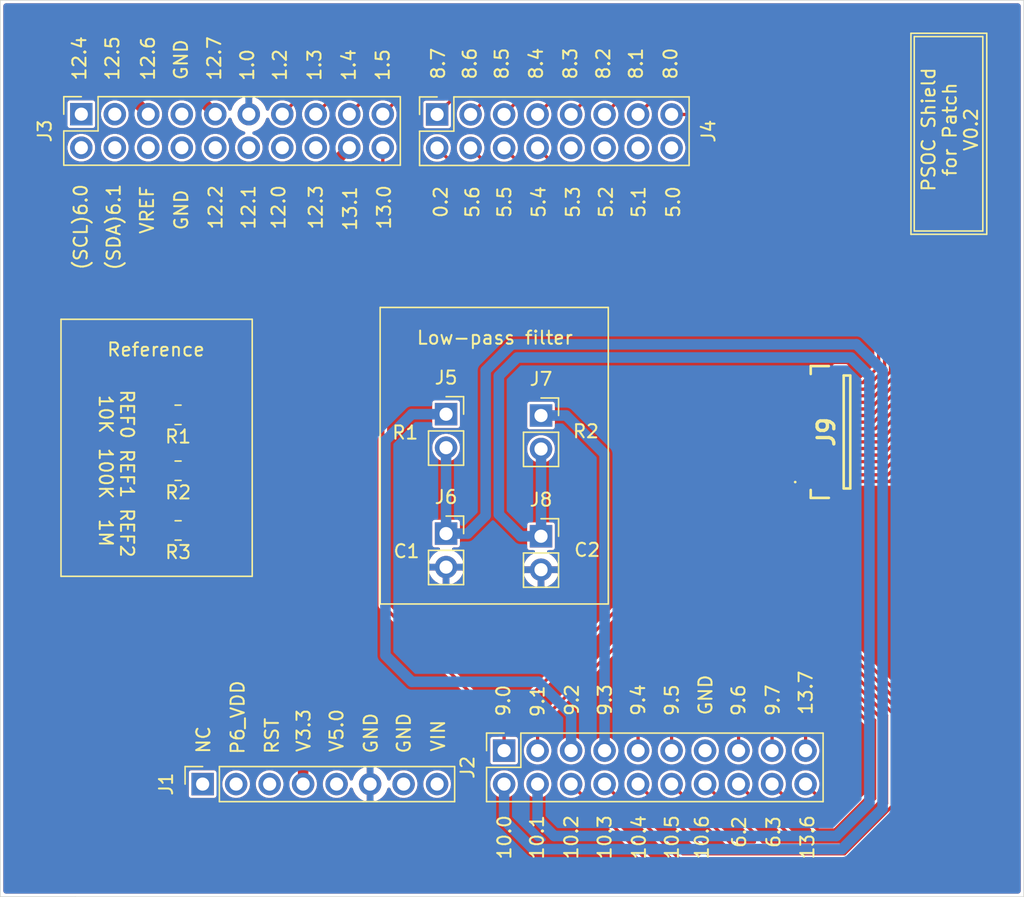
<source format=kicad_pcb>
(kicad_pcb (version 20171130) (host pcbnew "(5.1.10)-1")
  (layers (0 F.Cu signal) (31 B.Cu signal) (34 B.Paste user) (35 F.Paste user) (36 B.SilkS user) (37 F.SilkS user) (38 B.Mask user) (39 F.Mask user) (44 Edge.Cuts user))
  (net 0 "")
  (net 1 GND)
  (net 2 3.3V)
  (net 3 "Net-(J1-Pad7)")
  (net 4 "Net-(J1-Pad1)")
  (net 5 "Net-(J1-Pad2)")
  (net 6 "Net-(J1-Pad3)")
  (net 7 "Net-(J1-Pad5)")
  (net 8 "Net-(J1-Pad8)")
  (net 9 "Net-(J2-Pad13)")
  (net 10 "Net-(J3-Pad3)")
  (net 11 "Net-(J3-Pad4)")
  (net 12 "Net-(J3-Pad6)")
  (net 13 "Net-(J3-Pad7)")
  (net 14 "Net-(J3-Pad8)")
  (net 15 "Net-(J3-Pad1)")
  (net 16 "Net-(J3-Pad2)")
  (net 17 I7)
  (net 18 I6)
  (net 19 I5)
  (net 20 I4)
  (net 21 I3)
  (net 22 I2)
  (net 23 I1)
  (net 24 ADC-)
  (net 25 ADC+)
  (net 26 Follower-)
  (net 27 Follower+)
  (net 28 I0)
  (net 29 I8)
  (net 30 I9)
  (net 31 I10)
  (net 32 I11)
  (net 33 I12)
  (net 34 I13)
  (net 35 I14)
  (net 36 I15)
  (net 37 REF1)
  (net 38 "Net-(J3-Pad14)")
  (net 39 REF0)
  (net 40 "Net-(J3-Pad12)")
  (net 41 REF2)
  (net 42 "Net-(J4-Pad12)")
  (net 43 "Net-(J4-Pad10)")
  (net 44 "Net-(J4-Pad16)")
  (net 45 "Net-(J4-Pad14)")
  (net 46 "Net-(J3-Pad16)")
  (net 47 "Net-(J3-Pad10)")
  (module Resistor_SMD:R_0805_2012Metric (layer F.Cu) (at 116.2825 106.72 180)
    (fp_text reference R3 (at 0 -1.65) (layer F.SilkS))
    (fp_text value 1M)
    (fp_line (start -0.227064 0.735) (end 0.227064 0.735) (layer F.SilkS) (width 0.12))
    (fp_line (start -0.227064 -0.735) (end 0.227064 -0.735) (layer F.SilkS) (width 0.12))
    (pad 2 smd roundrect (at 0.9125 0 180) (size 1.025 1.4) (layers F.Cu F.Paste F.Mask) (roundrect_rratio 0.243902) (net 41 REF2))
    (pad 1 smd roundrect (at -0.9125 0 180) (size 1.025 1.4) (layers F.Cu F.Paste F.Mask) (roundrect_rratio 0.243902) (net 2 3.3V))
  )
  (module Resistor_SMD:R_0805_2012Metric (layer F.Cu) (at 116.28 102.19 180)
    (fp_text reference R2 (at 0 -1.65) (layer F.SilkS))
    (fp_text value 100K)
    (fp_line (start -0.227064 0.735) (end 0.227064 0.735) (layer F.SilkS) (width 0.12))
    (fp_line (start -0.227064 -0.735) (end 0.227064 -0.735) (layer F.SilkS) (width 0.12))
    (pad 2 smd roundrect (at 0.9125 0 180) (size 1.025 1.4) (layers F.Cu F.Paste F.Mask) (roundrect_rratio 0.243902) (net 37 REF1))
    (pad 1 smd roundrect (at -0.9125 0 180) (size 1.025 1.4) (layers F.Cu F.Paste F.Mask) (roundrect_rratio 0.243902) (net 2 3.3V))
  )
  (module Resistor_SMD:R_0805_2012Metric (layer F.Cu) (at 116.2775 97.95 180)
    (fp_text reference R1 (at 0 -1.65) (layer F.SilkS))
    (fp_text value 10K)
    (fp_line (start -0.227064 0.735) (end 0.227064 0.735) (layer F.SilkS) (width 0.12))
    (fp_line (start -0.227064 -0.735) (end 0.227064 -0.735) (layer F.SilkS) (width 0.12))
    (pad 2 smd roundrect (at 0.9125 0 180) (size 1.025 1.4) (layers F.Cu F.Paste F.Mask) (roundrect_rratio 0.243902) (net 39 REF0))
    (pad 1 smd roundrect (at -0.9125 0 180) (size 1.025 1.4) (layers F.Cu F.Paste F.Mask) (roundrect_rratio 0.243902) (net 2 3.3V))
  )
  (module Connector_PinSocket_2.54mm:PinSocket_2x08_P2.54mm_Vertical (layer F.Cu) (at 135.92 75.1574 90)
    (fp_text reference J4 (at -1.27 20.58 90) (layer F.SilkS))
    (fp_text value Conn_02x08)
    (fp_line (start 0 -1.33) (end 1.33 -1.33) (layer F.SilkS) (width 0.12))
    (fp_line (start 1.33 -1.33) (end 1.33 0) (layer F.SilkS) (width 0.12))
    (fp_line (start -1.27 -1.33) (end -1.27 1.27) (layer F.SilkS) (width 0.12))
    (fp_line (start -1.27 1.27) (end 1.33 1.27) (layer F.SilkS) (width 0.12))
    (fp_line (start 1.33 1.27) (end 1.33 19.11) (layer F.SilkS) (width 0.12))
    (fp_line (start -3.87 19.11) (end 1.33 19.11) (layer F.SilkS) (width 0.12))
    (fp_line (start -3.87 -1.33) (end -3.87 19.11) (layer F.SilkS) (width 0.12))
    (fp_line (start -3.87 -1.33) (end -1.27 -1.33) (layer F.SilkS) (width 0.12))
    (pad 16 thru_hole oval (at -2.54 17.78 90) (size 1.7 1.7) (drill 1) (layers *.Cu *.Mask) (net 44 "Net-(J4-Pad16)"))
    (pad 15 thru_hole oval (at 0 17.78 90) (size 1.7 1.7) (drill 1) (layers *.Cu *.Mask) (net 20 I4))
    (pad 14 thru_hole oval (at -2.54 15.24 90) (size 1.7 1.7) (drill 1) (layers *.Cu *.Mask) (net 45 "Net-(J4-Pad14)"))
    (pad 13 thru_hole oval (at 0 15.24 90) (size 1.7 1.7) (drill 1) (layers *.Cu *.Mask) (net 19 I5))
    (pad 12 thru_hole oval (at -2.54 12.7 90) (size 1.7 1.7) (drill 1) (layers *.Cu *.Mask) (net 42 "Net-(J4-Pad12)"))
    (pad 11 thru_hole oval (at 0 12.7 90) (size 1.7 1.7) (drill 1) (layers *.Cu *.Mask) (net 18 I6))
    (pad 10 thru_hole oval (at -2.54 10.16 90) (size 1.7 1.7) (drill 1) (layers *.Cu *.Mask) (net 43 "Net-(J4-Pad10)"))
    (pad 9 thru_hole oval (at 0 10.16 90) (size 1.7 1.7) (drill 1) (layers *.Cu *.Mask) (net 17 I7))
    (pad 8 thru_hole oval (at -2.54 7.62 90) (size 1.7 1.7) (drill 1) (layers *.Cu *.Mask) (net 21 I3))
    (pad 7 thru_hole oval (at 0 7.62 90) (size 1.7 1.7) (drill 1) (layers *.Cu *.Mask) (net 29 I8))
    (pad 6 thru_hole oval (at -2.54 5.08 90) (size 1.7 1.7) (drill 1) (layers *.Cu *.Mask) (net 22 I2))
    (pad 5 thru_hole oval (at 0 5.08 90) (size 1.7 1.7) (drill 1) (layers *.Cu *.Mask) (net 30 I9))
    (pad 4 thru_hole oval (at -2.54 2.54 90) (size 1.7 1.7) (drill 1) (layers *.Cu *.Mask) (net 23 I1))
    (pad 3 thru_hole oval (at 0 2.54 90) (size 1.7 1.7) (drill 1) (layers *.Cu *.Mask) (net 31 I10))
    (pad 2 thru_hole oval (at -2.54 0 90) (size 1.7 1.7) (drill 1) (layers *.Cu *.Mask) (net 28 I0))
    (pad 1 thru_hole rect (at 0 0 90) (size 1.7 1.7) (drill 1) (layers *.Cu *.Mask) (net 32 I11))
  )
  (module Connector_PinSocket_2.54mm:PinSocket_2x10_P2.54mm_Vertical (layer F.Cu) (at 108.9409 75.1401 90)
    (fp_text reference J3 (at -1.27 -2.77 90) (layer F.SilkS))
    (fp_text value Conn_02x10)
    (fp_line (start 0 -1.33) (end 1.33 -1.33) (layer F.SilkS) (width 0.12))
    (fp_line (start 1.33 -1.33) (end 1.33 0) (layer F.SilkS) (width 0.12))
    (fp_line (start -1.27 -1.33) (end -1.27 1.27) (layer F.SilkS) (width 0.12))
    (fp_line (start -1.27 1.27) (end 1.33 1.27) (layer F.SilkS) (width 0.12))
    (fp_line (start 1.33 1.27) (end 1.33 24.19) (layer F.SilkS) (width 0.12))
    (fp_line (start -3.87 24.19) (end 1.33 24.19) (layer F.SilkS) (width 0.12))
    (fp_line (start -3.87 -1.33) (end -3.87 24.19) (layer F.SilkS) (width 0.12))
    (fp_line (start -3.87 -1.33) (end -1.27 -1.33) (layer F.SilkS) (width 0.12))
    (pad 20 thru_hole oval (at -2.54 22.86 90) (size 1.7 1.7) (drill 1) (layers *.Cu *.Mask) (net 36 I15))
    (pad 19 thru_hole oval (at 0 22.86 90) (size 1.7 1.7) (drill 1) (layers *.Cu *.Mask) (net 33 I12))
    (pad 18 thru_hole oval (at -2.54 20.32 90) (size 1.7 1.7) (drill 1) (layers *.Cu *.Mask) (net 39 REF0))
    (pad 17 thru_hole oval (at 0 20.32 90) (size 1.7 1.7) (drill 1) (layers *.Cu *.Mask) (net 34 I13))
    (pad 16 thru_hole oval (at -2.54 17.78 90) (size 1.7 1.7) (drill 1) (layers *.Cu *.Mask) (net 46 "Net-(J3-Pad16)"))
    (pad 15 thru_hole oval (at 0 17.78 90) (size 1.7 1.7) (drill 1) (layers *.Cu *.Mask) (net 35 I14))
    (pad 14 thru_hole oval (at -2.54 15.24 90) (size 1.7 1.7) (drill 1) (layers *.Cu *.Mask) (net 38 "Net-(J3-Pad14)"))
    (pad 13 thru_hole oval (at 0 15.24 90) (size 1.7 1.7) (drill 1) (layers *.Cu *.Mask) (net 36 I15))
    (pad 12 thru_hole oval (at -2.54 12.7 90) (size 1.7 1.7) (drill 1) (layers *.Cu *.Mask) (net 40 "Net-(J3-Pad12)"))
    (pad 11 thru_hole oval (at 0 12.7 90) (size 1.7 1.7) (drill 1) (layers *.Cu *.Mask) (net 1 GND))
    (pad 10 thru_hole oval (at -2.54 10.16 90) (size 1.7 1.7) (drill 1) (layers *.Cu *.Mask) (net 47 "Net-(J3-Pad10)"))
    (pad 9 thru_hole oval (at 0 10.16 90) (size 1.7 1.7) (drill 1) (layers *.Cu *.Mask) (net 41 REF2))
    (pad 8 thru_hole oval (at -2.54 7.62 90) (size 1.7 1.7) (drill 1) (layers *.Cu *.Mask) (net 14 "Net-(J3-Pad8)"))
    (pad 7 thru_hole oval (at 0 7.62 90) (size 1.7 1.7) (drill 1) (layers *.Cu *.Mask) (net 13 "Net-(J3-Pad7)"))
    (pad 6 thru_hole oval (at -2.54 5.08 90) (size 1.7 1.7) (drill 1) (layers *.Cu *.Mask) (net 12 "Net-(J3-Pad6)"))
    (pad 5 thru_hole oval (at 0 5.08 90) (size 1.7 1.7) (drill 1) (layers *.Cu *.Mask) (net 37 REF1))
    (pad 4 thru_hole oval (at -2.54 2.54 90) (size 1.7 1.7) (drill 1) (layers *.Cu *.Mask) (net 11 "Net-(J3-Pad4)"))
    (pad 3 thru_hole oval (at 0 2.54 90) (size 1.7 1.7) (drill 1) (layers *.Cu *.Mask) (net 10 "Net-(J3-Pad3)"))
    (pad 2 thru_hole oval (at -2.54 0 90) (size 1.7 1.7) (drill 1) (layers *.Cu *.Mask) (net 16 "Net-(J3-Pad2)"))
    (pad 1 thru_hole rect (at 0 0 90) (size 1.7 1.7) (drill 1) (layers *.Cu *.Mask) (net 15 "Net-(J3-Pad1)"))
  )
  (module Patch:FH19SC16S05SH09 (layer F.Cu) (at 165.5 99.25 90)
    (fp_text reference J9 (at 0 -0.075 90) (layer F.SilkS) (effects (font (size 1.27 1.27) (thickness 0.254))))
    (fp_text value Conn_01x16 hide)
    (fp_line (start -3.8 -2.475) (end -3.8 -2.475) (layer F.SilkS) (width 0.1))
    (fp_line (start -3.8 -2.375) (end -3.8 -2.375) (layer F.SilkS) (width 0.1))
    (fp_line (start -4.4 -1.25) (end -5 -1.25) (layer F.SilkS) (width 0.2))
    (fp_line (start -5 -1.25) (end -5 0.125) (layer F.SilkS) (width 0.2))
    (fp_line (start -4.285 1.25) (end 4.285 1.25) (layer F.SilkS) (width 0.2))
    (fp_line (start -4.285 1.25) (end -4.285 1.75) (layer F.SilkS) (width 0.2))
    (fp_line (start -4.285 1.75) (end 4.285 1.75) (layer F.SilkS) (width 0.2))
    (fp_line (start 4.285 1.75) (end 4.285 1.25) (layer F.SilkS) (width 0.2))
    (fp_line (start 4.4 -1.25) (end 5 -1.25) (layer F.SilkS) (width 0.2))
    (fp_line (start 5 -1.25) (end 5 0.125) (layer F.SilkS) (width 0.2))
    (fp_arc (start -3.8 -2.425) (end -3.8 -2.475) (angle -180) (layer F.SilkS) (width 0.1))
    (fp_arc (start -3.8 -2.425) (end -3.8 -2.375) (angle -180) (layer F.SilkS) (width 0.1))
    (pad 1 smd rect (at -3.75 -1.5 90) (size 0.3 0.8) (layers F.Cu F.Paste F.Mask) (net 36 I15))
    (pad 2 smd rect (at -3.25 -1.5 90) (size 0.3 0.8) (layers F.Cu F.Paste F.Mask) (net 35 I14))
    (pad 3 smd rect (at -2.75 -1.5 90) (size 0.3 0.8) (layers F.Cu F.Paste F.Mask) (net 34 I13))
    (pad 4 smd rect (at -2.25 -1.5 90) (size 0.3 0.8) (layers F.Cu F.Paste F.Mask) (net 33 I12))
    (pad 5 smd rect (at -1.75 -1.5 90) (size 0.3 0.8) (layers F.Cu F.Paste F.Mask) (net 32 I11))
    (pad 6 smd rect (at -1.25 -1.5 90) (size 0.3 0.8) (layers F.Cu F.Paste F.Mask) (net 31 I10))
    (pad 7 smd rect (at -0.75 -1.5 90) (size 0.3 0.8) (layers F.Cu F.Paste F.Mask) (net 30 I9))
    (pad 8 smd rect (at -0.25 -1.5 90) (size 0.3 0.8) (layers F.Cu F.Paste F.Mask) (net 29 I8))
    (pad 9 smd rect (at 0.25 -1.5 90) (size 0.3 0.8) (layers F.Cu F.Paste F.Mask) (net 17 I7))
    (pad 10 smd rect (at 0.75 -1.5 90) (size 0.3 0.8) (layers F.Cu F.Paste F.Mask) (net 18 I6))
    (pad 11 smd rect (at 1.25 -1.5 90) (size 0.3 0.8) (layers F.Cu F.Paste F.Mask) (net 19 I5))
    (pad 12 smd rect (at 1.75 -1.5 90) (size 0.3 0.8) (layers F.Cu F.Paste F.Mask) (net 20 I4))
    (pad 13 smd rect (at 2.25 -1.5 90) (size 0.3 0.8) (layers F.Cu F.Paste F.Mask) (net 21 I3))
    (pad 14 smd rect (at 2.75 -1.5 90) (size 0.3 0.8) (layers F.Cu F.Paste F.Mask) (net 22 I2))
    (pad 15 smd rect (at 3.25 -1.5 90) (size 0.3 0.8) (layers F.Cu F.Paste F.Mask) (net 23 I1))
    (pad 16 smd rect (at 3.75 -1.5 90) (size 0.3 0.8) (layers F.Cu F.Paste F.Mask) (net 28 I0))
    (pad MP1 smd rect (at -4.75 1 90) (size 0.4 0.8) (layers F.Cu F.Paste F.Mask))
    (pad MP2 smd rect (at 4.75 1 90) (size 0.4 0.8) (layers F.Cu F.Paste F.Mask))
  )
  (module Connector_PinSocket_2.54mm:PinSocket_1x02_P2.54mm_Vertical (layer F.Cu) (at 143.8 98)
    (fp_text reference J7 (at 0 -2.77) (layer F.SilkS))
    (fp_text value Conn_01x02)
    (fp_line (start 0 -1.33) (end 1.33 -1.33) (layer F.SilkS) (width 0.12))
    (fp_line (start 1.33 -1.33) (end 1.33 0) (layer F.SilkS) (width 0.12))
    (fp_line (start 1.33 1.27) (end 1.33 3.87) (layer F.SilkS) (width 0.12))
    (fp_line (start -1.33 3.87) (end 1.33 3.87) (layer F.SilkS) (width 0.12))
    (fp_line (start -1.33 1.27) (end -1.33 3.87) (layer F.SilkS) (width 0.12))
    (fp_line (start -1.33 1.27) (end 1.33 1.27) (layer F.SilkS) (width 0.12))
    (pad 2 thru_hole oval (at 0 2.54) (size 1.7 1.7) (drill 1) (layers *.Cu *.Mask) (net 24 ADC-))
    (pad 1 thru_hole rect (at 0 0) (size 1.7 1.7) (drill 1) (layers *.Cu *.Mask) (net 26 Follower-))
  )
  (module Connector_PinSocket_2.54mm:PinSocket_1x02_P2.54mm_Vertical (layer F.Cu) (at 143.8 107.16)
    (fp_text reference J8 (at 0 -2.77) (layer F.SilkS))
    (fp_text value Conn_01x02)
    (fp_line (start 0 -1.33) (end 1.33 -1.33) (layer F.SilkS) (width 0.12))
    (fp_line (start 1.33 -1.33) (end 1.33 0) (layer F.SilkS) (width 0.12))
    (fp_line (start 1.33 1.27) (end 1.33 3.87) (layer F.SilkS) (width 0.12))
    (fp_line (start -1.33 3.87) (end 1.33 3.87) (layer F.SilkS) (width 0.12))
    (fp_line (start -1.33 1.27) (end -1.33 3.87) (layer F.SilkS) (width 0.12))
    (fp_line (start -1.33 1.27) (end 1.33 1.27) (layer F.SilkS) (width 0.12))
    (pad 2 thru_hole oval (at 0 2.54) (size 1.7 1.7) (drill 1) (layers *.Cu *.Mask) (net 1 GND))
    (pad 1 thru_hole rect (at 0 0) (size 1.7 1.7) (drill 1) (layers *.Cu *.Mask) (net 24 ADC-))
  )
  (module Connector_PinSocket_2.54mm:PinSocket_1x02_P2.54mm_Vertical (layer F.Cu) (at 136.6 106.96)
    (fp_text reference J6 (at 0 -2.77) (layer F.SilkS))
    (fp_text value Conn_01x02)
    (fp_line (start 0 -1.33) (end 1.33 -1.33) (layer F.SilkS) (width 0.12))
    (fp_line (start 1.33 -1.33) (end 1.33 0) (layer F.SilkS) (width 0.12))
    (fp_line (start 1.33 1.27) (end 1.33 3.87) (layer F.SilkS) (width 0.12))
    (fp_line (start -1.33 3.87) (end 1.33 3.87) (layer F.SilkS) (width 0.12))
    (fp_line (start -1.33 1.27) (end -1.33 3.87) (layer F.SilkS) (width 0.12))
    (fp_line (start -1.33 1.27) (end 1.33 1.27) (layer F.SilkS) (width 0.12))
    (pad 2 thru_hole oval (at 0 2.54) (size 1.7 1.7) (drill 1) (layers *.Cu *.Mask) (net 1 GND))
    (pad 1 thru_hole rect (at 0 0) (size 1.7 1.7) (drill 1) (layers *.Cu *.Mask) (net 25 ADC+))
  )
  (module Connector_PinSocket_2.54mm:PinSocket_1x02_P2.54mm_Vertical (layer F.Cu) (at 136.6 97.9)
    (fp_text reference J5 (at 0 -2.77) (layer F.SilkS))
    (fp_text value Conn_01x02)
    (fp_line (start 0 -1.33) (end 1.33 -1.33) (layer F.SilkS) (width 0.12))
    (fp_line (start 1.33 -1.33) (end 1.33 0) (layer F.SilkS) (width 0.12))
    (fp_line (start 1.33 1.27) (end 1.33 3.87) (layer F.SilkS) (width 0.12))
    (fp_line (start -1.33 3.87) (end 1.33 3.87) (layer F.SilkS) (width 0.12))
    (fp_line (start -1.33 1.27) (end -1.33 3.87) (layer F.SilkS) (width 0.12))
    (fp_line (start -1.33 1.27) (end 1.33 1.27) (layer F.SilkS) (width 0.12))
    (pad 2 thru_hole oval (at 0 2.54) (size 1.7 1.7) (drill 1) (layers *.Cu *.Mask) (net 25 ADC+))
    (pad 1 thru_hole rect (at 0 0) (size 1.7 1.7) (drill 1) (layers *.Cu *.Mask) (net 27 Follower+))
  )
  (module Connector_PinSocket_2.54mm:PinSocket_1x08_P2.54mm_Vertical (layer F.Cu) (at 118.14 125.965 90)
    (fp_text reference J1 (at 0 -2.77 90) (layer F.SilkS))
    (fp_text value Conn_01x08)
    (fp_line (start -1.33 1.27) (end 1.33 1.27) (layer F.SilkS) (width 0.12))
    (fp_line (start -1.33 1.27) (end -1.33 19.11) (layer F.SilkS) (width 0.12))
    (fp_line (start -1.33 19.11) (end 1.33 19.11) (layer F.SilkS) (width 0.12))
    (fp_line (start 1.33 1.27) (end 1.33 19.11) (layer F.SilkS) (width 0.12))
    (fp_line (start 1.33 -1.33) (end 1.33 0) (layer F.SilkS) (width 0.12))
    (fp_line (start 0 -1.33) (end 1.33 -1.33) (layer F.SilkS) (width 0.12))
    (pad 1 thru_hole rect (at 0 0 90) (size 1.7 1.7) (drill 1) (layers *.Cu *.Mask) (net 4 "Net-(J1-Pad1)"))
    (pad 2 thru_hole oval (at 0 2.54 90) (size 1.7 1.7) (drill 1) (layers *.Cu *.Mask) (net 5 "Net-(J1-Pad2)"))
    (pad 3 thru_hole oval (at 0 5.08 90) (size 1.7 1.7) (drill 1) (layers *.Cu *.Mask) (net 6 "Net-(J1-Pad3)"))
    (pad 4 thru_hole oval (at 0 7.62 90) (size 1.7 1.7) (drill 1) (layers *.Cu *.Mask) (net 2 3.3V))
    (pad 5 thru_hole oval (at 0 10.16 90) (size 1.7 1.7) (drill 1) (layers *.Cu *.Mask) (net 7 "Net-(J1-Pad5)"))
    (pad 6 thru_hole oval (at 0 12.7 90) (size 1.7 1.7) (drill 1) (layers *.Cu *.Mask) (net 1 GND))
    (pad 7 thru_hole oval (at 0 15.24 90) (size 1.7 1.7) (drill 1) (layers *.Cu *.Mask) (net 3 "Net-(J1-Pad7)"))
    (pad 8 thru_hole oval (at 0 17.78 90) (size 1.7 1.7) (drill 1) (layers *.Cu *.Mask) (net 8 "Net-(J1-Pad8)"))
  )
  (module Connector_PinSocket_2.54mm:PinSocket_2x10_P2.54mm_Vertical (layer F.Cu) (at 141 123.425 90)
    (fp_text reference J2 (at -1.27 -2.77 90) (layer F.SilkS))
    (fp_text value Conn_02x10)
    (fp_line (start 0 -1.33) (end 1.33 -1.33) (layer F.SilkS) (width 0.12))
    (fp_line (start 1.33 -1.33) (end 1.33 0) (layer F.SilkS) (width 0.12))
    (fp_line (start -1.27 -1.33) (end -1.27 1.27) (layer F.SilkS) (width 0.12))
    (fp_line (start -1.27 1.27) (end 1.33 1.27) (layer F.SilkS) (width 0.12))
    (fp_line (start 1.33 1.27) (end 1.33 24.19) (layer F.SilkS) (width 0.12))
    (fp_line (start -3.87 24.19) (end 1.33 24.19) (layer F.SilkS) (width 0.12))
    (fp_line (start -3.87 -1.33) (end -3.87 24.19) (layer F.SilkS) (width 0.12))
    (fp_line (start -3.87 -1.33) (end -1.27 -1.33) (layer F.SilkS) (width 0.12))
    (pad 20 thru_hole oval (at -2.54 22.86 90) (size 1.7 1.7) (drill 1) (layers *.Cu *.Mask) (net 17 I7))
    (pad 19 thru_hole oval (at 0 22.86 90) (size 1.7 1.7) (drill 1) (layers *.Cu *.Mask) (net 18 I6))
    (pad 18 thru_hole oval (at -2.54 20.32 90) (size 1.7 1.7) (drill 1) (layers *.Cu *.Mask) (net 29 I8))
    (pad 17 thru_hole oval (at 0 20.32 90) (size 1.7 1.7) (drill 1) (layers *.Cu *.Mask) (net 19 I5))
    (pad 16 thru_hole oval (at -2.54 17.78 90) (size 1.7 1.7) (drill 1) (layers *.Cu *.Mask) (net 30 I9))
    (pad 15 thru_hole oval (at 0 17.78 90) (size 1.7 1.7) (drill 1) (layers *.Cu *.Mask) (net 20 I4))
    (pad 14 thru_hole oval (at -2.54 15.24 90) (size 1.7 1.7) (drill 1) (layers *.Cu *.Mask) (net 31 I10))
    (pad 13 thru_hole oval (at 0 15.24 90) (size 1.7 1.7) (drill 1) (layers *.Cu *.Mask) (net 9 "Net-(J2-Pad13)"))
    (pad 12 thru_hole oval (at -2.54 12.7 90) (size 1.7 1.7) (drill 1) (layers *.Cu *.Mask) (net 32 I11))
    (pad 11 thru_hole oval (at 0 12.7 90) (size 1.7 1.7) (drill 1) (layers *.Cu *.Mask) (net 21 I3))
    (pad 10 thru_hole oval (at -2.54 10.16 90) (size 1.7 1.7) (drill 1) (layers *.Cu *.Mask) (net 33 I12))
    (pad 9 thru_hole oval (at 0 10.16 90) (size 1.7 1.7) (drill 1) (layers *.Cu *.Mask) (net 22 I2))
    (pad 8 thru_hole oval (at -2.54 7.62 90) (size 1.7 1.7) (drill 1) (layers *.Cu *.Mask) (net 34 I13))
    (pad 7 thru_hole oval (at 0 7.62 90) (size 1.7 1.7) (drill 1) (layers *.Cu *.Mask) (net 26 Follower-))
    (pad 6 thru_hole oval (at -2.54 5.08 90) (size 1.7 1.7) (drill 1) (layers *.Cu *.Mask) (net 35 I14))
    (pad 5 thru_hole oval (at 0 5.08 90) (size 1.7 1.7) (drill 1) (layers *.Cu *.Mask) (net 27 Follower+))
    (pad 4 thru_hole oval (at -2.54 2.54 90) (size 1.7 1.7) (drill 1) (layers *.Cu *.Mask) (net 24 ADC-))
    (pad 3 thru_hole oval (at 0 2.54 90) (size 1.7 1.7) (drill 1) (layers *.Cu *.Mask) (net 23 I1))
    (pad 2 thru_hole oval (at -2.54 0 90) (size 1.7 1.7) (drill 1) (layers *.Cu *.Mask) (net 25 ADC+))
    (pad 1 thru_hole rect (at 0 0 90) (size 1.7 1.7) (drill 1) (layers *.Cu *.Mask) (net 28 I0))
  )
  (gr_text 5.0 (at 153.825 81.8 90) (layer F.SilkS) (effects (font (size 1 1))))
  (gr_text 0.2 (at 136.2 81.8 90) (layer F.SilkS) (effects (font (size 1 1))))
  (gr_text 5.4 (at 143.625 81.8 90) (layer F.SilkS) (effects (font (size 1 1))))
  (gr_text 5.5 (at 141.025 81.8 90) (layer F.SilkS) (effects (font (size 1 1))))
  (gr_text 5.1 (at 151.2 81.8 90) (layer F.SilkS) (effects (font (size 1 1))))
  (gr_text 5.6 (at 138.6 81.8 90) (layer F.SilkS) (effects (font (size 1 1))))
  (gr_text 5.3 (at 146.225 81.8 90) (layer F.SilkS) (effects (font (size 1 1))))
  (gr_text 5.2 (at 148.725 81.8 90) (layer F.SilkS) (effects (font (size 1 1))))
  (gr_text 12.5 (at 111.3 70.9 90) (layer F.SilkS) (effects (font (size 1 1))))
  (gr_text 12.7 (at 119.025 70.9 90) (layer F.SilkS) (effects (font (size 1 1))))
  (gr_text 1.2 (at 124 71.4 90) (layer F.SilkS) (effects (font (size 1 1))))
  (gr_text 12.6 (at 114 70.9 90) (layer F.SilkS) (effects (font (size 1 1))))
  (gr_text 1.3 (at 126.625 71.4 90) (layer F.SilkS) (effects (font (size 1 1))))
  (gr_text 1.0 (at 121.525 71.4 90) (layer F.SilkS) (effects (font (size 1 1))))
  (gr_text 12.4 (at 108.8 70.9 90) (layer F.SilkS) (effects (font (size 1 1))))
  (gr_text GND (at 116.5 71 90) (layer F.SilkS) (effects (font (size 1 1))))
  (gr_text 1.4 (at 129.225 71.4 90) (layer F.SilkS) (effects (font (size 1 1))))
  (gr_text 1.5 (at 131.8 71.4 90) (layer F.SilkS) (effects (font (size 1 1))))
  (gr_text 8.6 (at 138.4 71.3 90) (layer F.SilkS) (effects (font (size 1 1))))
  (gr_text 8.1 (at 151 71.3 90) (layer F.SilkS) (effects (font (size 1 1))))
  (gr_text 8.3 (at 146.025 71.3 90) (layer F.SilkS) (effects (font (size 1 1))))
  (gr_text 8.0 (at 153.625 71.3 90) (layer F.SilkS) (effects (font (size 1 1))))
  (gr_text 8.5 (at 140.825 71.3 90) (layer F.SilkS) (effects (font (size 1 1))))
  (gr_text 8.2 (at 148.525 71.3 90) (layer F.SilkS) (effects (font (size 1 1))))
  (gr_text 8.4 (at 143.425 71.3 90) (layer F.SilkS) (effects (font (size 1 1))))
  (gr_text 8.7 (at 136 71.3 90) (layer F.SilkS) (effects (font (size 1 1))))
  (gr_line (start 148.9 89.8) (end 131.6 89.8) (layer F.SilkS) (width 0.12))
  (gr_line (start 148.9 112.3) (end 148.9 89.8) (layer F.SilkS) (width 0.12))
  (gr_line (start 131.6 112.3) (end 148.9 112.3) (layer F.SilkS) (width 0.12))
  (gr_line (start 131.6 89.8) (end 131.6 112.3) (layer F.SilkS) (width 0.12))
  (gr_text "Low-pass filter" (at 140.3 92.1) (layer F.SilkS) (effects (font (size 1 1))))
  (gr_text R2 (at 147.2 99.2) (layer F.SilkS) (effects (font (size 1 1))))
  (gr_text C2 (at 147.3 108.2) (layer F.SilkS) (effects (font (size 1 1))))
  (gr_text C1 (at 133.6 108.3) (layer F.SilkS) (effects (font (size 1 1))))
  (gr_text R1 (at 133.5 99.3) (layer F.SilkS) (effects (font (size 1 1))))
  (gr_line (start 177.3 84) (end 177.3 69.25) (layer F.SilkS) (width 0.12))
  (gr_line (start 172.1 84) (end 177.3 84) (layer F.SilkS) (width 0.12))
  (gr_line (start 172.1 69.25) (end 172.1 84) (layer F.SilkS) (width 0.12))
  (gr_line (start 177.3 69.25) (end 172.1 69.25) (layer F.SilkS) (width 0.12))
  (gr_line (start 177.6 69) (end 171.85 69) (layer F.SilkS) (width 0.12))
  (gr_line (start 171.85 69) (end 171.85 84.25) (layer F.SilkS) (width 0.12))
  (gr_line (start 177.6 84.25) (end 177.6 69) (layer F.SilkS) (width 0.12))
  (gr_line (start 171.85 84.25) (end 177.6 84.25) (layer F.SilkS) (width 0.12))
  (gr_text "PSOC Shield\nfor Patch\nV0.2" (at 174.8 76.3 90) (layer F.SilkS) (effects (font (size 1 1))))
  (gr_line (start 107.4 110.2) (end 121.9 110.2) (layer F.SilkS) (width 0.12))
  (gr_line (start 107.4 90.7) (end 107.4 110.2) (layer F.SilkS) (width 0.12))
  (gr_line (start 121.9 90.7) (end 107.4 90.7) (layer F.SilkS) (width 0.12))
  (gr_line (start 121.9 110.2) (end 121.9 90.7) (layer F.SilkS) (width 0.12))
  (gr_text "REF2\n1M" (at 111.6 106.9 -90) (layer F.SilkS) (effects (font (size 1 1))))
  (gr_text "REF1\n100K" (at 111.6 102.4 -90) (layer F.SilkS) (effects (font (size 1 1))))
  (gr_text "REF0\n10K" (at 111.6 97.9 -90) (layer F.SilkS) (effects (font (size 1 1))))
  (gr_text Reference (at 114.6 93) (layer F.SilkS) (effects (font (size 1 1))))
  (gr_line (start 108.5 134.5) (end 180.4 134.5) (layer Edge.Cuts) (width 0.05))
  (gr_line (start 108.5 134.5) (end 102.8 134.5) (layer Edge.Cuts) (width 0.05))
  (gr_line (start 180.4 134.5) (end 180.4 66.5) (layer Edge.Cuts) (width 0.05))
  (gr_line (start 102.8 66.5) (end 102.8 134.5) (layer Edge.Cuts) (width 0.05))
  (gr_line (start 180.4 66.5) (end 102.8 66.5) (layer Edge.Cuts) (width 0.05))
  (gr_text 13.0 (at 131.9 82.2 90) (layer F.SilkS) (effects (font (size 1 1))))
  (gr_text "(SCL)6.0" (at 108.9 83.7 90) (layer F.SilkS) (effects (font (size 1 1))))
  (gr_text 12.0 (at 123.9 82.2 90) (layer F.SilkS) (effects (font (size 1 1))))
  (gr_text 12.2 (at 119.125 82.2 90) (layer F.SilkS) (effects (font (size 1 1))))
  (gr_text VREF (at 113.925 82.4 90) (layer F.SilkS) (effects (font (size 1 1))))
  (gr_text 12.3 (at 126.725 82.2 90) (layer F.SilkS) (effects (font (size 1 1))))
  (gr_text 13.1 (at 129.325 82.3 90) (layer F.SilkS) (effects (font (size 1 1))))
  (gr_text "(SDA)6.1" (at 111.4 83.7 90) (layer F.SilkS) (effects (font (size 1 1))))
  (gr_text GND (at 116.525 82.4 90) (layer F.SilkS) (effects (font (size 1 1))))
  (gr_text 12.1 (at 121.625 82.2 90) (layer F.SilkS) (effects (font (size 1 1))))
  (gr_text VIN (at 136 122.3 90) (layer F.SilkS) (effects (font (size 1 1))))
  (gr_text GND (at 133.4 122.1 90) (layer F.SilkS) (effects (font (size 1 1))))
  (gr_text GND (at 130.9 122.1 90) (layer F.SilkS) (effects (font (size 1 1))))
  (gr_text V5.0 (at 128.3 121.9 90) (layer F.SilkS) (effects (font (size 1 1))))
  (gr_text V3.3 (at 125.8 121.9 90) (layer F.SilkS) (effects (font (size 1 1))))
  (gr_text RST (at 123.4 122.3 90) (layer F.SilkS) (effects (font (size 1 1))))
  (gr_text P6_VDD (at 120.8 120.9 90) (layer F.SilkS) (effects (font (size 1 1))))
  (gr_text NC (at 118.2 122.6 90) (layer F.SilkS) (effects (font (size 1 1))))
  (gr_text 10.1 (at 143.5 130 90) (layer F.SilkS) (effects (font (size 1 1))))
  (gr_text 13.7 (at 163.875 119.025 90) (layer F.SilkS) (effects (font (size 1 1))))
  (gr_text 9.7 (at 161.375 119.6 90) (layer F.SilkS) (effects (font (size 1 1))))
  (gr_text 9.6 (at 158.775 119.6 90) (layer F.SilkS) (effects (font (size 1 1))))
  (gr_text GND (at 156.275 119.2 90) (layer F.SilkS) (effects (font (size 1 1))))
  (gr_text 9.5 (at 153.725 119.6 90) (layer F.SilkS) (effects (font (size 1 1))))
  (gr_text 9.4 (at 151.175 119.585 90) (layer F.SilkS) (effects (font (size 1 1))))
  (gr_text 9.3 (at 148.645 119.585 90) (layer F.SilkS) (effects (font (size 1 1))))
  (gr_text 9.2 (at 146.145 119.585 90) (layer F.SilkS) (effects (font (size 1 1))))
  (gr_text 9.1 (at 143.545 119.685 90) (layer F.SilkS) (effects (font (size 1 1))))
  (gr_text 9.0 (at 140.945 119.635 90) (layer F.SilkS) (effects (font (size 1 1))))
  (gr_text 13.6 (at 164 130 90) (layer F.SilkS) (effects (font (size 1 1))))
  (gr_text 6.3 (at 161.425 129.6 90) (layer F.SilkS) (effects (font (size 1 1))))
  (gr_text 10.5 (at 153.725 130 90) (layer F.SilkS) (effects (font (size 1 1))))
  (gr_text 10.4 (at 151.225 130 90) (layer F.SilkS) (effects (font (size 1 1))))
  (gr_text 10.3 (at 148.625 130 90) (layer F.SilkS) (effects (font (size 1 1))))
  (gr_text 6.2 (at 158.825 129.6 90) (layer F.SilkS) (effects (font (size 1 1))))
  (gr_text 10.6 (at 156 130 90) (layer F.SilkS) (effects (font (size 1 1))))
  (gr_text 10.2 (at 146.1 130 90) (layer F.SilkS) (effects (font (size 1 1))))
  (gr_text 10.0 (at 141.025 130 90) (layer F.SilkS) (effects (font (size 1 1))))
  (segment (start 117.19 102.1875) (end 117.1925 102.19) (width 0.8) (layer F.Cu) (net 2))
  (segment (start 117.19 97.95) (end 117.19 102.1875) (width 0.8) (layer F.Cu) (net 2))
  (segment (start 117.1925 106.7175) (end 117.195 106.72) (width 0.8) (layer F.Cu) (net 2))
  (segment (start 117.1925 102.19) (end 117.1925 106.7175) (width 0.8) (layer F.Cu) (net 2))
  (segment (start 125.76 120.26) (end 125.76 125.965) (width 0.8) (layer F.Cu) (net 2))
  (segment (start 117.195 111.695) (end 125.76 120.26) (width 0.8) (layer F.Cu) (net 2))
  (segment (start 117.195 106.72) (end 117.195 111.695) (width 0.8) (layer F.Cu) (net 2))
  (segment (start 148.937312 72.300088) (end 146.08 75.1574) (width 0.25) (layer F.Cu) (net 17))
  (segment (start 155.954957 72.300088) (end 148.937312 72.300088) (width 0.25) (layer F.Cu) (net 17))
  (segment (start 172.550077 88.895208) (end 155.954957 72.300088) (width 0.25) (layer F.Cu) (net 17))
  (segment (start 172.550077 95.6048) (end 172.550077 88.895208) (width 0.25) (layer F.Cu) (net 17))
  (segment (start 169.154877 99) (end 172.550077 95.6048) (width 0.25) (layer F.Cu) (net 17))
  (segment (start 164 99) (end 169.154877 99) (width 0.25) (layer F.Cu) (net 17))
  (segment (start 167.08154 127.8) (end 165.695 127.8) (width 0.25) (layer F.Cu) (net 17))
  (segment (start 165.695 127.8) (end 163.86 125.965) (width 0.25) (layer F.Cu) (net 17))
  (segment (start 168.2 121.5) (end 168.2 126.68154) (width 0.25) (layer F.Cu) (net 17))
  (segment (start 155.499912 108.799912) (end 168.2 121.5) (width 0.25) (layer F.Cu) (net 17))
  (segment (start 155.499912 104.254958) (end 155.499912 108.799912) (width 0.25) (layer F.Cu) (net 17))
  (segment (start 160.75487 99) (end 155.499912 104.254958) (width 0.25) (layer F.Cu) (net 17))
  (segment (start 168.2 126.68154) (end 167.08154 127.8) (width 0.25) (layer F.Cu) (net 17))
  (segment (start 164 99) (end 160.75487 99) (width 0.25) (layer F.Cu) (net 17))
  (segment (start 155.049902 104.068558) (end 155.049903 108.986313) (width 0.25) (layer F.Cu) (net 18))
  (segment (start 160.61846 98.5) (end 155.049902 104.068558) (width 0.25) (layer F.Cu) (net 18))
  (segment (start 164 98.5) (end 160.61846 98.5) (width 0.25) (layer F.Cu) (net 18))
  (segment (start 155.049903 108.986313) (end 163.86 117.79641) (width 0.25) (layer F.Cu) (net 18))
  (segment (start 163.86 117.79641) (end 163.86 123.425) (width 0.25) (layer F.Cu) (net 18))
  (segment (start 164 98.5) (end 169.018466 98.5) (width 0.25) (layer F.Cu) (net 18))
  (segment (start 151.027301 72.750099) (end 148.62 75.1574) (width 0.25) (layer F.Cu) (net 18))
  (segment (start 172.100066 89.081608) (end 155.768557 72.750099) (width 0.25) (layer F.Cu) (net 18))
  (segment (start 155.768557 72.750099) (end 151.027301 72.750099) (width 0.25) (layer F.Cu) (net 18))
  (segment (start 172.100066 95.4184) (end 172.100066 89.081608) (width 0.25) (layer F.Cu) (net 18))
  (segment (start 169.018466 98.5) (end 172.100066 95.4184) (width 0.25) (layer F.Cu) (net 18))
  (segment (start 161.3 123.405) (end 161.32 123.425) (width 0.2) (layer F.Cu) (net 19))
  (segment (start 161.32 115.89282) (end 161.32 123.425) (width 0.25) (layer F.Cu) (net 19))
  (segment (start 154.599892 103.882159) (end 154.599894 109.172714) (width 0.25) (layer F.Cu) (net 19))
  (segment (start 154.599894 109.172714) (end 161.32 115.89282) (width 0.25) (layer F.Cu) (net 19))
  (segment (start 160.48205 98) (end 154.599892 103.882159) (width 0.25) (layer F.Cu) (net 19))
  (segment (start 164 98) (end 160.48205 98) (width 0.25) (layer F.Cu) (net 19))
  (segment (start 164 98) (end 168.882055 98) (width 0.25) (layer F.Cu) (net 19))
  (segment (start 168.882055 98) (end 171.650055 95.232) (width 0.25) (layer F.Cu) (net 19))
  (segment (start 171.650055 95.232) (end 171.650055 89.268008) (width 0.25) (layer F.Cu) (net 19))
  (segment (start 171.650055 89.268008) (end 155.582157 73.20011) (width 0.25) (layer F.Cu) (net 19))
  (segment (start 155.582157 73.20011) (end 153.11729 73.20011) (width 0.25) (layer F.Cu) (net 19))
  (segment (start 153.11729 73.20011) (end 151.16 75.1574) (width 0.25) (layer F.Cu) (net 19))
  (segment (start 158.78 113.98923) (end 158.78 123.425) (width 0.25) (layer F.Cu) (net 20))
  (segment (start 154.149885 109.359115) (end 158.78 113.98923) (width 0.25) (layer F.Cu) (net 20))
  (segment (start 154.149884 109.349884) (end 154.149885 109.359115) (width 0.25) (layer F.Cu) (net 20))
  (segment (start 154.149879 109.349879) (end 154.149884 109.349884) (width 0.25) (layer F.Cu) (net 20))
  (segment (start 164 97.5) (end 160.34564 97.5) (width 0.25) (layer F.Cu) (net 20))
  (segment (start 160.34564 97.5) (end 154.149879 103.695761) (width 0.25) (layer F.Cu) (net 20))
  (segment (start 154.149879 103.695761) (end 154.149879 109.349879) (width 0.25) (layer F.Cu) (net 20))
  (segment (start 164 97.5) (end 168.745644 97.5) (width 0.25) (layer F.Cu) (net 20))
  (segment (start 168.745644 97.5) (end 171.200044 95.0456) (width 0.25) (layer F.Cu) (net 20))
  (segment (start 171.200044 95.0456) (end 171.200044 89.454404) (width 0.25) (layer F.Cu) (net 20))
  (segment (start 171.200044 89.454404) (end 156.90304 75.1574) (width 0.25) (layer F.Cu) (net 20))
  (segment (start 156.90304 75.1574) (end 153.7 75.1574) (width 0.25) (layer F.Cu) (net 20))
  (segment (start 153.699868 103.509362) (end 153.699868 123.424868) (width 0.25) (layer F.Cu) (net 21))
  (segment (start 160.20923 97) (end 153.699868 103.509362) (width 0.25) (layer F.Cu) (net 21))
  (segment (start 164 97) (end 160.20923 97) (width 0.25) (layer F.Cu) (net 21))
  (segment (start 153.699868 123.424868) (end 153.7 123.425) (width 0.25) (layer F.Cu) (net 21))
  (segment (start 164 97) (end 168.609233 97) (width 0.25) (layer F.Cu) (net 21))
  (segment (start 168.609233 97) (end 170.750033 94.8592) (width 0.25) (layer F.Cu) (net 21))
  (segment (start 170.750033 94.8592) (end 170.750033 89.6408) (width 0.25) (layer F.Cu) (net 21))
  (segment (start 170.750033 89.6408) (end 161.7592 80.649967) (width 0.25) (layer F.Cu) (net 21))
  (segment (start 161.7592 80.649967) (end 146.492567 80.649967) (width 0.25) (layer F.Cu) (net 21))
  (segment (start 146.492567 80.649967) (end 143.54 77.6974) (width 0.25) (layer F.Cu) (net 21))
  (segment (start 151.16 116.84) (end 151.16 123.425) (width 0.25) (layer F.Cu) (net 22))
  (segment (start 153.249857 114.750143) (end 151.16 116.84) (width 0.25) (layer F.Cu) (net 22))
  (segment (start 153.249857 103.322963) (end 153.249857 114.750143) (width 0.25) (layer F.Cu) (net 22))
  (segment (start 160.07282 96.5) (end 153.249857 103.322963) (width 0.25) (layer F.Cu) (net 22))
  (segment (start 164 96.5) (end 160.07282 96.5) (width 0.25) (layer F.Cu) (net 22))
  (segment (start 170.300022 89.8272) (end 161.5728 81.099978) (width 0.25) (layer F.Cu) (net 22))
  (segment (start 164 96.5) (end 168.472822 96.5) (width 0.25) (layer F.Cu) (net 22))
  (segment (start 168.472822 96.5) (end 170.300022 94.6728) (width 0.25) (layer F.Cu) (net 22))
  (segment (start 170.300022 94.6728) (end 170.300022 89.8272) (width 0.25) (layer F.Cu) (net 22))
  (segment (start 161.5728 81.099978) (end 144.402578 81.099978) (width 0.25) (layer F.Cu) (net 22))
  (segment (start 144.402578 81.099978) (end 141 77.6974) (width 0.25) (layer F.Cu) (net 22))
  (segment (start 143.6 123.365) (end 143.54 123.425) (width 0.2) (layer F.Cu) (net 23))
  (segment (start 159.93641 96) (end 164 96) (width 0.25) (layer F.Cu) (net 23))
  (segment (start 152.799846 103.136564) (end 159.93641 96) (width 0.25) (layer F.Cu) (net 23))
  (segment (start 152.799846 112.200154) (end 152.799846 103.136564) (width 0.25) (layer F.Cu) (net 23))
  (segment (start 143.54 121.46) (end 152.799846 112.200154) (width 0.25) (layer F.Cu) (net 23))
  (segment (start 143.54 123.425) (end 143.54 121.46) (width 0.25) (layer F.Cu) (net 23))
  (segment (start 168.336411 96) (end 169.850011 94.4864) (width 0.25) (layer F.Cu) (net 23))
  (segment (start 169.850011 94.4864) (end 169.850011 90.0136) (width 0.25) (layer F.Cu) (net 23))
  (segment (start 169.850011 90.0136) (end 161.3864 81.549989) (width 0.25) (layer F.Cu) (net 23))
  (segment (start 161.3864 81.549989) (end 142.312589 81.549989) (width 0.25) (layer F.Cu) (net 23))
  (segment (start 142.312589 81.549989) (end 139.309999 78.547399) (width 0.25) (layer F.Cu) (net 23))
  (segment (start 139.309999 78.547399) (end 138.46 77.6974) (width 0.25) (layer F.Cu) (net 23))
  (segment (start 164 96) (end 168.336411 96) (width 0.25) (layer F.Cu) (net 23))
  (segment (start 143.8 100.54) (end 143.8 107.16) (width 0.8) (layer B.Cu) (net 24))
  (segment (start 168.7 127.4) (end 166.2 129.9) (width 0.8) (layer B.Cu) (net 24))
  (segment (start 144.8 129.9) (end 143.54 128.64) (width 0.8) (layer B.Cu) (net 24))
  (segment (start 168.7 95) (end 168.7 127.4) (width 0.8) (layer B.Cu) (net 24))
  (segment (start 142 93.6) (end 167.3 93.6) (width 0.8) (layer B.Cu) (net 24))
  (segment (start 140.6 95) (end 142 93.6) (width 0.8) (layer B.Cu) (net 24))
  (segment (start 167.3 93.6) (end 168.7 95) (width 0.8) (layer B.Cu) (net 24))
  (segment (start 143.54 128.64) (end 143.54 125.965) (width 0.8) (layer B.Cu) (net 24))
  (segment (start 142.26 107.16) (end 140.6 105.5) (width 0.8) (layer B.Cu) (net 24))
  (segment (start 143.8 107.16) (end 142.26 107.16) (width 0.8) (layer B.Cu) (net 24))
  (segment (start 166.2 129.9) (end 144.8 129.9) (width 0.8) (layer B.Cu) (net 24))
  (segment (start 140.6 105.5) (end 140.6 95) (width 0.8) (layer B.Cu) (net 24))
  (segment (start 136.6 100.44) (end 136.6 106.96) (width 0.8) (layer B.Cu) (net 25))
  (segment (start 166.614218 130.900011) (end 143.20001 130.90001) (width 0.8) (layer B.Cu) (net 25))
  (segment (start 169.700011 127.814218) (end 166.614218 130.900011) (width 0.8) (layer B.Cu) (net 25))
  (segment (start 167.714218 92.599989) (end 169.700011 94.585782) (width 0.8) (layer B.Cu) (net 25))
  (segment (start 141 128.7) (end 141 125.965) (width 0.8) (layer B.Cu) (net 25))
  (segment (start 141.585782 92.599989) (end 167.714218 92.599989) (width 0.8) (layer B.Cu) (net 25))
  (segment (start 169.700011 94.585782) (end 169.700011 127.814218) (width 0.8) (layer B.Cu) (net 25))
  (segment (start 139.599989 94.585782) (end 141.585782 92.599989) (width 0.8) (layer B.Cu) (net 25))
  (segment (start 139.599989 105.600011) (end 139.599989 94.585782) (width 0.8) (layer B.Cu) (net 25))
  (segment (start 138.24 106.96) (end 139.599989 105.600011) (width 0.8) (layer B.Cu) (net 25))
  (segment (start 143.20001 130.90001) (end 141 128.7) (width 0.8) (layer B.Cu) (net 25))
  (segment (start 136.6 106.96) (end 138.24 106.96) (width 0.8) (layer B.Cu) (net 25))
  (segment (start 143.8 98) (end 145.7 98) (width 0.8) (layer B.Cu) (net 26))
  (segment (start 148.62 100.92) (end 148.62 123.425) (width 0.8) (layer B.Cu) (net 26))
  (segment (start 145.7 98) (end 148.62 100.92) (width 0.8) (layer B.Cu) (net 26))
  (segment (start 136.6 97.9) (end 134 97.9) (width 0.8) (layer B.Cu) (net 27))
  (segment (start 134 97.9) (end 132 99.9) (width 0.8) (layer B.Cu) (net 27))
  (segment (start 132 99.9) (end 132 116.2) (width 0.8) (layer B.Cu) (net 27))
  (segment (start 132 116.2) (end 134 118.2) (width 0.8) (layer B.Cu) (net 27))
  (segment (start 134 118.2) (end 143.6 118.2) (width 0.8) (layer B.Cu) (net 27))
  (segment (start 146.08 120.68) (end 146.08 123.425) (width 0.8) (layer B.Cu) (net 27))
  (segment (start 143.6 118.2) (end 146.08 120.68) (width 0.8) (layer B.Cu) (net 27))
  (segment (start 164 95.5) (end 168.2 95.5) (width 0.25) (layer F.Cu) (net 28))
  (segment (start 140.2226 82) (end 135.92 77.6974) (width 0.25) (layer F.Cu) (net 28))
  (segment (start 169.4 94.3) (end 169.4 90.2) (width 0.25) (layer F.Cu) (net 28))
  (segment (start 168.2 95.5) (end 169.4 94.3) (width 0.25) (layer F.Cu) (net 28))
  (segment (start 169.4 90.2) (end 161.2 82) (width 0.25) (layer F.Cu) (net 28))
  (segment (start 161.2 82) (end 140.2226 82) (width 0.25) (layer F.Cu) (net 28))
  (segment (start 164 95.5) (end 159.8 95.5) (width 0.25) (layer F.Cu) (net 28))
  (segment (start 141 122.325) (end 141 123.425) (width 0.25) (layer F.Cu) (net 28))
  (segment (start 159.8 95.5) (end 152.349835 102.950165) (width 0.25) (layer F.Cu) (net 28))
  (segment (start 152.349835 102.950165) (end 152.349835 109.913754) (width 0.25) (layer F.Cu) (net 28))
  (segment (start 141 121.263589) (end 141 122.325) (width 0.25) (layer F.Cu) (net 28))
  (segment (start 152.349835 109.913754) (end 141 121.263589) (width 0.25) (layer F.Cu) (net 28))
  (segment (start 160.89128 99.5) (end 155.949923 104.441357) (width 0.25) (layer F.Cu) (net 29))
  (segment (start 155.949923 104.441357) (end 155.949923 108.613513) (width 0.25) (layer F.Cu) (net 29))
  (segment (start 155.949923 108.613513) (end 168.650011 121.3136) (width 0.25) (layer F.Cu) (net 29))
  (segment (start 166.067947 129.450003) (end 164.805003 129.450003) (width 0.25) (layer F.Cu) (net 29))
  (segment (start 164 99.5) (end 160.89128 99.5) (width 0.25) (layer F.Cu) (net 29))
  (segment (start 168.650011 126.86794) (end 166.067947 129.450003) (width 0.25) (layer F.Cu) (net 29))
  (segment (start 164.805003 129.450003) (end 161.32 125.965) (width 0.25) (layer F.Cu) (net 29))
  (segment (start 168.650011 121.3136) (end 168.650011 126.86794) (width 0.25) (layer F.Cu) (net 29))
  (segment (start 156.141357 71.850077) (end 146.847323 71.850077) (width 0.25) (layer F.Cu) (net 29))
  (segment (start 173.000088 88.708808) (end 156.141357 71.850077) (width 0.25) (layer F.Cu) (net 29))
  (segment (start 146.847323 71.850077) (end 143.54 75.1574) (width 0.25) (layer F.Cu) (net 29))
  (segment (start 173.000088 95.7912) (end 173.000088 88.708808) (width 0.25) (layer F.Cu) (net 29))
  (segment (start 169.291288 99.5) (end 173.000088 95.7912) (width 0.25) (layer F.Cu) (net 29))
  (segment (start 164 99.5) (end 169.291288 99.5) (width 0.25) (layer F.Cu) (net 29))
  (segment (start 156.399934 108.427113) (end 169.100022 121.1272) (width 0.25) (layer F.Cu) (net 30))
  (segment (start 162.715014 129.900014) (end 158.78 125.965) (width 0.25) (layer F.Cu) (net 30))
  (segment (start 166.254347 129.900014) (end 162.715014 129.900014) (width 0.25) (layer F.Cu) (net 30))
  (segment (start 169.100022 127.05434) (end 166.254347 129.900014) (width 0.25) (layer F.Cu) (net 30))
  (segment (start 169.100022 121.1272) (end 169.100022 127.05434) (width 0.25) (layer F.Cu) (net 30))
  (segment (start 156.399934 104.627756) (end 156.399934 108.427113) (width 0.25) (layer F.Cu) (net 30))
  (segment (start 161.02769 100) (end 156.399934 104.627756) (width 0.25) (layer F.Cu) (net 30))
  (segment (start 164 100) (end 161.02769 100) (width 0.25) (layer F.Cu) (net 30))
  (segment (start 164 100) (end 169.427699 100) (width 0.25) (layer F.Cu) (net 30))
  (segment (start 156.327757 71.400066) (end 144.757334 71.400066) (width 0.25) (layer F.Cu) (net 30))
  (segment (start 169.427699 100) (end 173.450099 95.9776) (width 0.25) (layer F.Cu) (net 30))
  (segment (start 173.450099 88.522408) (end 156.327757 71.400066) (width 0.25) (layer F.Cu) (net 30))
  (segment (start 144.757334 71.400066) (end 141 75.1574) (width 0.25) (layer F.Cu) (net 30))
  (segment (start 173.450099 95.9776) (end 173.450099 88.522408) (width 0.25) (layer F.Cu) (net 30))
  (segment (start 161.1641 100.5) (end 156.849945 104.814155) (width 0.25) (layer F.Cu) (net 31))
  (segment (start 160.625025 130.350025) (end 156.24 125.965) (width 0.25) (layer F.Cu) (net 31))
  (segment (start 166.440747 130.350025) (end 160.625025 130.350025) (width 0.25) (layer F.Cu) (net 31))
  (segment (start 169.550033 127.24074) (end 166.440747 130.350025) (width 0.25) (layer F.Cu) (net 31))
  (segment (start 156.849945 108.240713) (end 169.550033 120.9408) (width 0.25) (layer F.Cu) (net 31))
  (segment (start 156.849945 104.814155) (end 156.849945 108.240713) (width 0.25) (layer F.Cu) (net 31))
  (segment (start 164 100.5) (end 161.1641 100.5) (width 0.25) (layer F.Cu) (net 31))
  (segment (start 169.550033 120.9408) (end 169.550033 127.24074) (width 0.25) (layer F.Cu) (net 31))
  (segment (start 142.667345 70.950055) (end 138.46 75.1574) (width 0.25) (layer F.Cu) (net 31))
  (segment (start 156.514157 70.950055) (end 142.667345 70.950055) (width 0.25) (layer F.Cu) (net 31))
  (segment (start 173.90011 88.336008) (end 156.514157 70.950055) (width 0.25) (layer F.Cu) (net 31))
  (segment (start 173.90011 96.164) (end 173.90011 88.336008) (width 0.25) (layer F.Cu) (net 31))
  (segment (start 169.56411 100.5) (end 173.90011 96.164) (width 0.25) (layer F.Cu) (net 31))
  (segment (start 164 100.5) (end 169.56411 100.5) (width 0.25) (layer F.Cu) (net 31))
  (segment (start 157.299956 105.000554) (end 157.299956 108.054313) (width 0.25) (layer F.Cu) (net 32))
  (segment (start 166.627147 130.800036) (end 158.535036 130.800036) (width 0.25) (layer F.Cu) (net 32))
  (segment (start 158.535036 130.800036) (end 153.7 125.965) (width 0.25) (layer F.Cu) (net 32))
  (segment (start 157.299956 108.054313) (end 170.000044 120.7544) (width 0.25) (layer F.Cu) (net 32))
  (segment (start 164 101) (end 161.30051 101) (width 0.25) (layer F.Cu) (net 32))
  (segment (start 170.000044 120.7544) (end 170.000044 127.42714) (width 0.25) (layer F.Cu) (net 32))
  (segment (start 170.000044 127.42714) (end 166.627147 130.800036) (width 0.25) (layer F.Cu) (net 32))
  (segment (start 161.30051 101) (end 157.299956 105.000554) (width 0.25) (layer F.Cu) (net 32))
  (segment (start 169.700521 101) (end 174.350121 96.3504) (width 0.25) (layer F.Cu) (net 32))
  (segment (start 174.350121 96.3504) (end 174.350121 88.149608) (width 0.25) (layer F.Cu) (net 32))
  (segment (start 156.700557 70.500044) (end 140.577356 70.500044) (width 0.25) (layer F.Cu) (net 32))
  (segment (start 140.577356 70.500044) (end 135.92 75.1574) (width 0.25) (layer F.Cu) (net 32))
  (segment (start 174.350121 88.149608) (end 156.700557 70.500044) (width 0.25) (layer F.Cu) (net 32))
  (segment (start 164 101) (end 169.700521 101) (width 0.25) (layer F.Cu) (net 32))
  (segment (start 164 101.5) (end 161.43692 101.5) (width 0.25) (layer F.Cu) (net 33))
  (segment (start 161.43692 101.5) (end 157.749967 105.186953) (width 0.25) (layer F.Cu) (net 33))
  (segment (start 157.749967 105.186953) (end 157.749967 107.867913) (width 0.25) (layer F.Cu) (net 33))
  (segment (start 157.749967 107.867913) (end 170.450055 120.568) (width 0.25) (layer F.Cu) (net 33))
  (segment (start 170.450055 127.61354) (end 166.813547 131.250047) (width 0.25) (layer F.Cu) (net 33))
  (segment (start 156.445047 131.250047) (end 151.16 125.965) (width 0.25) (layer F.Cu) (net 33))
  (segment (start 166.813547 131.250047) (end 156.445047 131.250047) (width 0.25) (layer F.Cu) (net 33))
  (segment (start 170.450055 120.568) (end 170.450055 127.61354) (width 0.25) (layer F.Cu) (net 33))
  (segment (start 174.800132 87.963208) (end 156.886957 70.050033) (width 0.25) (layer F.Cu) (net 33))
  (segment (start 136.890967 70.050033) (end 131.8009 75.1401) (width 0.25) (layer F.Cu) (net 33))
  (segment (start 164 101.5) (end 169.836932 101.5) (width 0.25) (layer F.Cu) (net 33))
  (segment (start 156.886957 70.050033) (end 136.890967 70.050033) (width 0.25) (layer F.Cu) (net 33))
  (segment (start 169.836932 101.5) (end 174.800132 96.5368) (width 0.25) (layer F.Cu) (net 33))
  (segment (start 174.800132 96.5368) (end 174.800132 87.963208) (width 0.25) (layer F.Cu) (net 33))
  (segment (start 164 102) (end 161.57333 102) (width 0.25) (layer F.Cu) (net 34))
  (segment (start 161.57333 102) (end 158.199978 105.373352) (width 0.25) (layer F.Cu) (net 34))
  (segment (start 158.199978 105.373352) (end 158.199978 107.681513) (width 0.25) (layer F.Cu) (net 34))
  (segment (start 158.199978 107.681513) (end 170.900066 120.3816) (width 0.25) (layer F.Cu) (net 34))
  (segment (start 154.355058 131.700058) (end 148.62 125.965) (width 0.25) (layer F.Cu) (net 34))
  (segment (start 170.900066 120.3816) (end 170.900066 127.79994) (width 0.25) (layer F.Cu) (net 34))
  (segment (start 166.999947 131.700058) (end 154.355058 131.700058) (width 0.25) (layer F.Cu) (net 34))
  (segment (start 170.900066 127.79994) (end 166.999947 131.700058) (width 0.25) (layer F.Cu) (net 34))
  (segment (start 164 102) (end 169.973343 102) (width 0.25) (layer F.Cu) (net 34))
  (segment (start 169.973343 102) (end 175.250143 96.7232) (width 0.25) (layer F.Cu) (net 34))
  (segment (start 175.250143 96.7232) (end 175.250143 87.776808) (width 0.25) (layer F.Cu) (net 34))
  (segment (start 157.073357 69.600022) (end 134.800978 69.600022) (width 0.25) (layer F.Cu) (net 34))
  (segment (start 175.250143 87.776808) (end 157.073357 69.600022) (width 0.25) (layer F.Cu) (net 34))
  (segment (start 134.800978 69.600022) (end 129.2609 75.1401) (width 0.25) (layer F.Cu) (net 34))
  (segment (start 152.265068 132.150068) (end 146.08 125.965) (width 0.25) (layer F.Cu) (net 35))
  (segment (start 167.186347 132.150069) (end 152.265068 132.150068) (width 0.25) (layer F.Cu) (net 35))
  (segment (start 171.350077 127.98634) (end 167.186347 132.150069) (width 0.25) (layer F.Cu) (net 35))
  (segment (start 161.70974 102.5) (end 158.649989 105.559751) (width 0.25) (layer F.Cu) (net 35))
  (segment (start 171.350077 120.1952) (end 171.350077 127.98634) (width 0.25) (layer F.Cu) (net 35))
  (segment (start 158.649989 107.495113) (end 171.350077 120.1952) (width 0.25) (layer F.Cu) (net 35))
  (segment (start 158.649989 105.559751) (end 158.649989 107.495113) (width 0.25) (layer F.Cu) (net 35))
  (segment (start 164 102.5) (end 161.70974 102.5) (width 0.25) (layer F.Cu) (net 35))
  (segment (start 164 102.5) (end 170.109754 102.5) (width 0.25) (layer F.Cu) (net 35))
  (segment (start 157.259765 69.150011) (end 132.710989 69.150011) (width 0.25) (layer F.Cu) (net 35))
  (segment (start 132.710989 69.150011) (end 126.7209 75.1401) (width 0.25) (layer F.Cu) (net 35))
  (segment (start 175.700154 87.5904) (end 157.259765 69.150011) (width 0.25) (layer F.Cu) (net 35))
  (segment (start 175.700154 96.9096) (end 175.700154 87.5904) (width 0.25) (layer F.Cu) (net 35))
  (segment (start 170.109754 102.5) (end 175.700154 96.9096) (width 0.25) (layer F.Cu) (net 35))
  (segment (start 170.246165 103) (end 176.150165 97.096) (width 0.25) (layer F.Cu) (net 36))
  (segment (start 130.621 68.7) (end 124.1809 75.1401) (width 0.25) (layer F.Cu) (net 36))
  (segment (start 176.150165 87.404) (end 157.446165 68.7) (width 0.25) (layer F.Cu) (net 36))
  (segment (start 157.446165 68.7) (end 130.621 68.7) (width 0.25) (layer F.Cu) (net 36))
  (segment (start 164 103) (end 170.246165 103) (width 0.25) (layer F.Cu) (net 36))
  (segment (start 176.150165 97.096) (end 176.150165 87.404) (width 0.25) (layer F.Cu) (net 36))
  (segment (start 131.8009 112.4009) (end 131.8009 77.6801) (width 0.25) (layer F.Cu) (net 36))
  (segment (start 141.900079 132.600079) (end 138.5 129.2) (width 0.25) (layer F.Cu) (net 36))
  (segment (start 167.372746 132.600079) (end 141.900079 132.600079) (width 0.25) (layer F.Cu) (net 36))
  (segment (start 138.5 129.2) (end 138.5 119.1) (width 0.25) (layer F.Cu) (net 36))
  (segment (start 171.800087 120.0088) (end 171.800088 128.17274) (width 0.25) (layer F.Cu) (net 36))
  (segment (start 159.099999 107.308712) (end 171.800087 120.0088) (width 0.25) (layer F.Cu) (net 36))
  (segment (start 159.099999 105.746151) (end 159.099999 107.308712) (width 0.25) (layer F.Cu) (net 36))
  (segment (start 171.800088 128.17274) (end 167.372746 132.600079) (width 0.25) (layer F.Cu) (net 36))
  (segment (start 161.84615 103) (end 159.099999 105.746151) (width 0.25) (layer F.Cu) (net 36))
  (segment (start 138.5 119.1) (end 131.8009 112.4009) (width 0.25) (layer F.Cu) (net 36))
  (segment (start 164 103) (end 161.84615 103) (width 0.25) (layer F.Cu) (net 36))
  (segment (start 110.3808 71.5) (end 114.0209 75.1401) (width 0.8) (layer F.Cu) (net 37))
  (segment (start 107.7 71.5) (end 110.3808 71.5) (width 0.8) (layer F.Cu) (net 37))
  (segment (start 106 73.2) (end 107.7 71.5) (width 0.8) (layer F.Cu) (net 37))
  (segment (start 106 96.5) (end 106 73.2) (width 0.8) (layer F.Cu) (net 37))
  (segment (start 111.69 102.19) (end 106 96.5) (width 0.8) (layer F.Cu) (net 37))
  (segment (start 115.3675 102.19) (end 111.69 102.19) (width 0.8) (layer F.Cu) (net 37))
  (segment (start 125.641 81.3) (end 129.2609 77.6801) (width 0.8) (layer F.Cu) (net 39))
  (segment (start 114.1 81.3) (end 125.641 81.3) (width 0.8) (layer F.Cu) (net 39))
  (segment (start 110.9 84.5) (end 114.1 81.3) (width 0.8) (layer F.Cu) (net 39))
  (segment (start 110.9 94.9) (end 110.9 84.5) (width 0.8) (layer F.Cu) (net 39))
  (segment (start 113.95 97.95) (end 110.9 94.9) (width 0.8) (layer F.Cu) (net 39))
  (segment (start 115.365 97.95) (end 113.95 97.95) (width 0.8) (layer F.Cu) (net 39))
  (segment (start 115.37 106.72) (end 110.22 106.72) (width 0.8) (layer F.Cu) (net 41))
  (segment (start 104.999989 72.785782) (end 107.285782 70.499989) (width 0.8) (layer F.Cu) (net 41))
  (segment (start 114.460789 70.499989) (end 118.250901 74.290101) (width 0.8) (layer F.Cu) (net 41))
  (segment (start 110.22 106.72) (end 104.999989 101.499989) (width 0.8) (layer F.Cu) (net 41))
  (segment (start 104.999989 101.499989) (end 104.999989 72.785782) (width 0.8) (layer F.Cu) (net 41))
  (segment (start 107.285782 70.499989) (end 114.460789 70.499989) (width 0.8) (layer F.Cu) (net 41))
  (segment (start 118.250901 74.290101) (end 119.1009 75.1401) (width 0.8) (layer F.Cu) (net 41))
  (zone (net 1) (net_name GND) (layer B.Cu) (connect_pads (clearance 0.2)) (min_thickness 0.254) (fill yes (arc_segments 32) (thermal_gap 0.508) (thermal_bridge_width 0.508) (smoothing fillet) (radius 1))
    (polygon (pts (xy 180.4 134.5) (xy 102.8 134.5) (xy 102.8 66.5) (xy 180.4 66.5)))
  )
  (zone (net 1) (net_name GND) (layer F.Cu) (connect_pads (clearance 0.2)) (min_thickness 0.254) (fill yes (arc_segments 32) (thermal_gap 0.508) (thermal_bridge_width 0.508) (smoothing fillet) (radius 1))
    (polygon (pts (xy 180.4 134.5) (xy 102.8 134.5) (xy 102.8 66.5) (xy 180.4 66.5)))
  )
)
</source>
